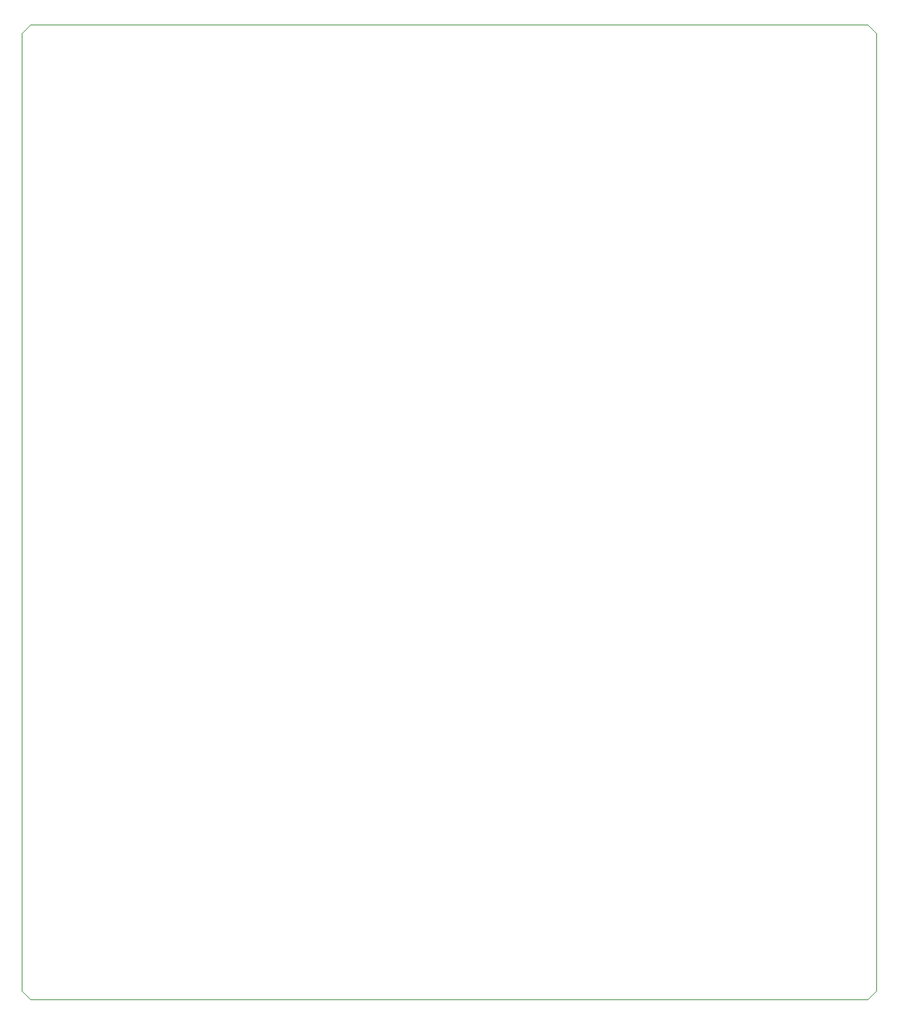
<source format=gbr>
%TF.GenerationSoftware,KiCad,Pcbnew,7.0.7*%
%TF.CreationDate,2023-09-01T19:11:28-06:00*%
%TF.ProjectId,chc-panel-1.0,6368632d-7061-46e6-956c-2d312e302e6b,1.0*%
%TF.SameCoordinates,PX558b6a0PY92dda80*%
%TF.FileFunction,Profile,NP*%
%FSLAX46Y46*%
G04 Gerber Fmt 4.6, Leading zero omitted, Abs format (unit mm)*
G04 Created by KiCad (PCBNEW 7.0.7) date 2023-09-01 19:11:28*
%MOMM*%
%LPD*%
G01*
G04 APERTURE LIST*
%TA.AperFunction,Profile*%
%ADD10C,0.100000*%
%TD*%
G04 APERTURE END LIST*
D10*
X999000Y114000000D02*
X0Y113001000D01*
X0Y999000D02*
X999000Y0D01*
X0Y107000000D02*
X0Y87000000D01*
X100000000Y47000000D02*
X100000000Y67000000D01*
X0Y67000000D02*
X0Y47000000D01*
X100000000Y999000D02*
X100000000Y5000000D01*
X99001000Y0D02*
X100000000Y999000D01*
X0Y47000000D02*
X0Y27000000D01*
X0Y109000000D02*
X0Y108000000D01*
X0Y27000000D02*
X0Y7000000D01*
X100000000Y5000000D02*
X100000000Y6000000D01*
X100000000Y87000000D02*
X100000000Y107000000D01*
X100000000Y108000000D02*
X100000000Y109000000D01*
X100000000Y6000000D02*
X100000000Y7000000D01*
X100000000Y113001000D02*
X99001000Y114000000D01*
X0Y5000000D02*
X0Y999000D01*
X0Y6000000D02*
X0Y5000000D01*
X100000000Y109000000D02*
X100000000Y113001000D01*
X0Y87000000D02*
X0Y67000000D01*
X99001000Y114000000D02*
X999000Y114000000D01*
X999000Y0D02*
X99001000Y0D01*
X100000000Y7000000D02*
X100000000Y27000000D01*
X100000000Y67000000D02*
X100000000Y87000000D01*
X0Y108000000D02*
X0Y107000000D01*
X0Y108000000D02*
X0Y108000000D01*
X100000000Y107000000D02*
X100000000Y108000000D01*
X0Y7000000D02*
X0Y6000000D01*
X100000000Y27000000D02*
X100000000Y47000000D01*
X0Y113001000D02*
X0Y109000000D01*
M02*

</source>
